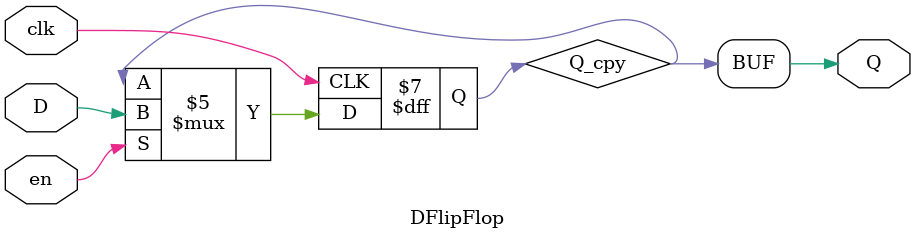
<source format=v>
module DFlipFlop (
                  input clk,
                  input en,
                  input D,
                  output reg Q
                  );
   reg Q_cpy = 0;

   always @ (Q_cpy) begin
      Q <= Q_cpy;
   end
   
   always @ (posedge clk) begin
     if (en) begin
        Q_cpy <= D;
     end else begin
        Q_cpy <=  Q_cpy;
     end
   end
endmodule

</source>
